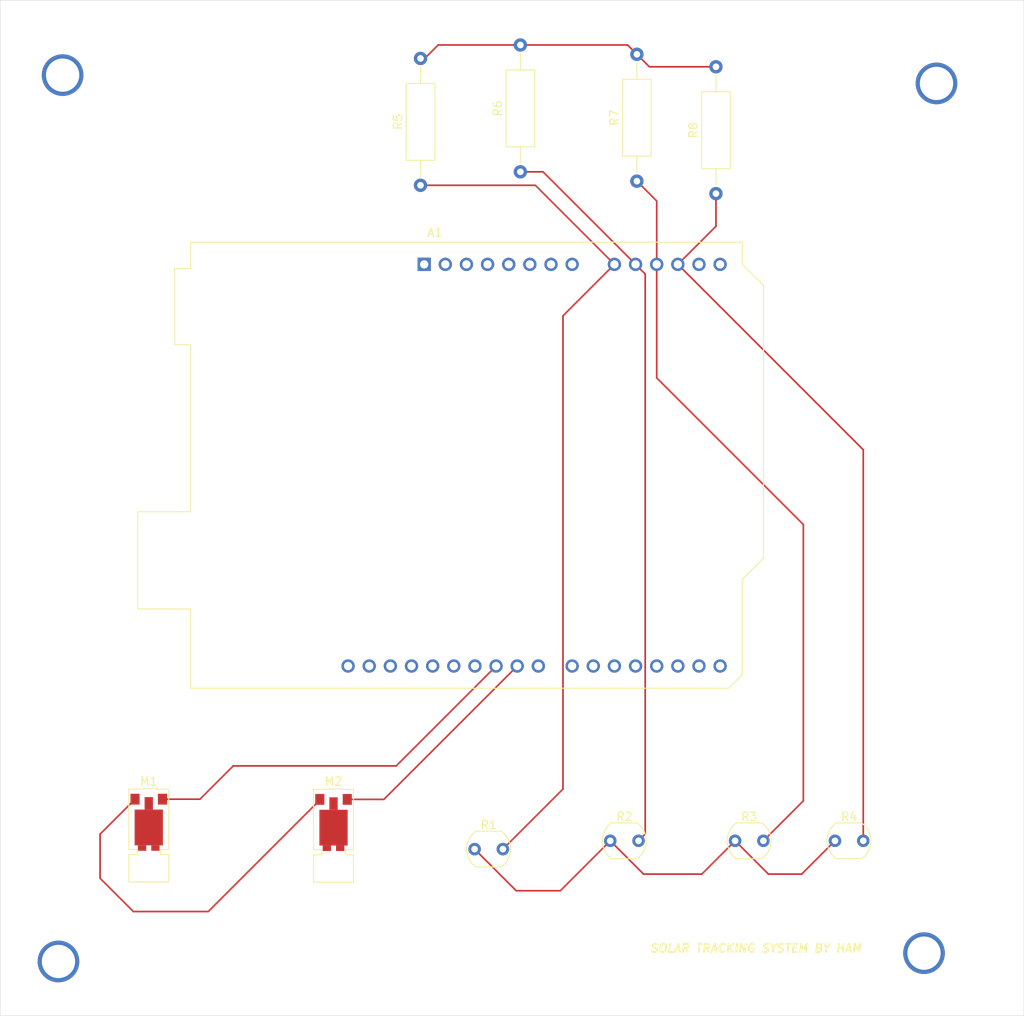
<source format=kicad_pcb>
(kicad_pcb (version 20240108) (generator "pcbnew") (generator_version "8.0")
  (layers (0 "F.Cu" signal) (31 "B.Cu" signal) (34 "B.Paste" user) (35 "F.Paste" user) (36 "B.SilkS" user "B.Silkscreen") (37 "F.SilkS" user "F.Silkscreen") (38 "B.Mask" user) (39 "F.Mask" user) (44 "Edge.Cuts" user))
  (net 0 "")
  (net 11 "Net-(A1-A3)")
  (net 22 "Net-(A1-A0)")
  (net 25 "Net-(A1-A2)")
  (net 26 "Net-(A1-D10)")
  (net 30 "Net-(A1-A1)")
  (net 32 "Net-(A1-D9)")
  (net 33 "Net-(M1-PWM)")
  (net 34 "Net-(R1-Pad1)")
  (net 35 "Net-(R5-Pad2)")
  (footprint "Module:Arduino_UNO_R3" (layer "F.Cu") (at 133.94 52.74)
    (property "Reference" "A1" (at 1.27 -3.81 180) (layer "F.SilkS"))
    (property "Value" "Arduino_UNO_R3")
    (fp_line (start -34.42 29.72) (end -34.42 41.4) (stroke (width 0.12)) (layer "F.SilkS"))
    (fp_line (start -34.42 41.4) (end -28.07 41.4) (stroke (width 0.12)) (layer "F.SilkS"))
    (fp_line (start -29.97 0.51) (end -29.97 9.65) (stroke (width 0.12)) (layer "F.SilkS"))
    (fp_line (start -29.97 9.65) (end -28.07 9.65) (stroke (width 0.12)) (layer "F.SilkS"))
    (fp_line (start -28.07 -2.67) (end -28.07 0.51) (stroke (width 0.12)) (layer "F.SilkS"))
    (fp_line (start -28.07 0.51) (end -29.97 0.51) (stroke (width 0.12)) (layer "F.SilkS"))
    (fp_line (start -28.07 9.65) (end -28.07 29.72) (stroke (width 0.12)) (layer "F.SilkS"))
    (fp_line (start -28.07 29.72) (end -34.42 29.72) (stroke (width 0.12)) (layer "F.SilkS"))
    (fp_line (start -28.07 41.4) (end -28.07 50.93) (stroke (width 0.12)) (layer "F.SilkS"))
    (fp_line (start -28.07 50.93) (end 36.58 50.93) (stroke (width 0.12)) (layer "F.SilkS"))
    (fp_line (start 36.58 50.93) (end 38.23 49.28) (stroke (width 0.12)) (layer "F.SilkS"))
    (fp_line (start 38.23 -2.67) (end -28.07 -2.67) (stroke (width 0.12)) (layer "F.SilkS"))
    (fp_line (start 38.23 0) (end 38.23 -2.67) (stroke (width 0.12)) (layer "F.SilkS"))
    (fp_line (start 38.23 37.85) (end 40.77 35.31) (stroke (width 0.12)) (layer "F.SilkS"))
    (fp_line (start 38.23 49.28) (end 38.23 37.85) (stroke (width 0.12)) (layer "F.SilkS"))
    (fp_line (start 40.77 2.54) (end 38.23 0) (stroke (width 0.12)) (layer "F.SilkS"))
    (fp_line (start 40.77 35.31) (end 40.77 2.54) (stroke (width 0.12)) (layer "F.SilkS"))
    (pad "1" thru_hole rect (at 0 0 90) (size 1.6 1.6) (drill 1) (layers "*.Cu" "*.Mask"))
    (pad "2" thru_hole oval (at 2.54 0 90) (size 1.6 1.6) (drill 1) (layers "*.Cu" "*.Mask"))
    (pad "3" thru_hole oval (at 5.08 0 90) (size 1.6 1.6) (drill 1) (layers "*.Cu" "*.Mask"))
    (pad "4" thru_hole oval (at 7.62 0 90) (size 1.6 1.6) (drill 1) (layers "*.Cu" "*.Mask"))
    (pad "5" thru_hole oval (at 10.16 0 90) (size 1.6 1.6) (drill 1) (layers "*.Cu" "*.Mask"))
    (pad "6" thru_hole oval (at 12.7 0 90) (size 1.6 1.6) (drill 1) (layers "*.Cu" "*.Mask"))
    (pad "7" thru_hole oval (at 15.24 0 90) (size 1.6 1.6) (drill 1) (layers "*.Cu" "*.Mask"))
    (pad "8" thru_hole oval (at 17.78 0 90) (size 1.6 1.6) (drill 1) (layers "*.Cu" "*.Mask"))
    (pad "9" thru_hole oval (at 22.86 0 90) (size 1.6 1.6) (drill 1) (layers "*.Cu" "*.Mask") (net 22 "Net-(A1-A0)"))
    (pad "10" thru_hole oval (at 25.4 0 90) (size 1.6 1.6) (drill 1) (layers "*.Cu" "*.Mask") (net 30 "Net-(A1-A1)"))
    (pad "11" thru_hole oval (at 27.94 0 90) (size 1.6 1.6) (drill 1) (layers "*.Cu" "*.Mask") (net 25 "Net-(A1-A2)"))
    (pad "12" thru_hole oval (at 30.48 0 90) (size 1.6 1.6) (drill 1) (layers "*.Cu" "*.Mask") (net 11 "Net-(A1-A3)"))
    (pad "13" thru_hole oval (at 33.02 0 90) (size 1.6 1.6) (drill 1) (layers "*.Cu" "*.Mask"))
    (pad "14" thru_hole oval (at 35.56 0 90) (size 1.6 1.6) (drill 1) (layers "*.Cu" "*.Mask"))
    (pad "15" thru_hole oval (at 35.56 48.26 90) (size 1.6 1.6) (drill 1) (layers "*.Cu" "*.Mask"))
    (pad "16" thru_hole oval (at 33.02 48.26 90) (size 1.6 1.6) (drill 1) (layers "*.Cu" "*.Mask"))
    (pad "17" thru_hole oval (at 30.48 48.26 90) (size 1.6 1.6) (drill 1) (layers "*.Cu" "*.Mask"))
    (pad "18" thru_hole oval (at 27.94 48.26 90) (size 1.6 1.6) (drill 1) (layers "*.Cu" "*.Mask"))
    (pad "19" thru_hole oval (at 25.4 48.26 90) (size 1.6 1.6) (drill 1) (layers "*.Cu" "*.Mask"))
    (pad "20" thru_hole oval (at 22.86 48.26 90) (size 1.6 1.6) (drill 1) (layers "*.Cu" "*.Mask"))
    (pad "21" thru_hole oval (at 20.32 48.26 90) (size 1.6 1.6) (drill 1) (layers "*.Cu" "*.Mask"))
    (pad "22" thru_hole oval (at 17.78 48.26 90) (size 1.6 1.6) (drill 1) (layers "*.Cu" "*.Mask"))
    (pad "23" thru_hole oval (at 13.72 48.26 90) (size 1.6 1.6) (drill 1) (layers "*.Cu" "*.Mask"))
    (pad "24" thru_hole oval (at 11.18 48.26 90) (size 1.6 1.6) (drill 1) (layers "*.Cu" "*.Mask") (net 32 "Net-(A1-D9)"))
    (pad "25" thru_hole oval (at 8.64 48.26 90) (size 1.6 1.6) (drill 1) (layers "*.Cu" "*.Mask") (net 26 "Net-(A1-D10)"))
    (pad "26" thru_hole oval (at 6.1 48.26 90) (size 1.6 1.6) (drill 1) (layers "*.Cu" "*.Mask"))
    (pad "27" thru_hole oval (at 3.56 48.26 90) (size 1.6 1.6) (drill 1) (layers "*.Cu" "*.Mask"))
    (pad "28" thru_hole oval (at 1.02 48.26 90) (size 1.6 1.6) (drill 1) (layers "*.Cu" "*.Mask"))
    (pad "29" thru_hole oval (at -1.52 48.26 90) (size 1.6 1.6) (drill 1) (layers "*.Cu" "*.Mask"))
    (pad "30" thru_hole oval (at -4.06 48.26 90) (size 1.6 1.6) (drill 1) (layers "*.Cu" "*.Mask"))
    (pad "31" thru_hole oval (at -6.6 48.26 90) (size 1.6 1.6) (drill 1) (layers "*.Cu" "*.Mask"))
    (pad "32" thru_hole oval (at -9.14 48.26 90) (size 1.6 1.6) (drill 1) (layers "*.Cu" "*.Mask"))
  )
  (footprint "OptoDevice:R_LDR_5.1x4.3mm_P3.4mm_Vertical" (layer "F.Cu") (at 183.3 122)
    (property "Reference" "R4" (at 1.7 -2.9 0) (layer "F.SilkS"))
    (property "Value" "LDR07")
    (fp_line (start 0.15 -2.15) (end 3.2 -2.15) (stroke (width 0.12)) (layer "F.SilkS"))
    (fp_line (start 0.15 2.15) (end 3.2 2.15) (stroke (width 0.12)) (layer "F.SilkS"))
    (fp_arc (start 0.15 2.15) (mid -0.950438 -0.013368) (end 0.171766 -2.165525) (stroke (width 0.12)) (layer "F.SilkS"))
    (fp_arc (start 3.2 -2.15) (mid 4.321403 -0.027338) (end 3.244513 2.118249) (stroke (width 0.12)) (layer "F.SilkS"))
    (pad "1" thru_hole circle (at 0 0) (size 1.5 1.5) (drill 0.8) (layers "*.Cu" "*.Mask") (net 34 "Net-(R1-Pad1)"))
    (pad "2" thru_hole circle (at 3.4 0) (size 1.5 1.5) (drill 0.8) (layers "*.Cu" "*.Mask") (net 11 "Net-(A1-A3)"))
  )
  (footprint "Motors:Vybronics_VZ30C1T8219732L" (layer "F.Cu") (at 123.05 121.375)
    (property "Reference" "M2" (at 0 -6.5 0) (layer "F.SilkS"))
    (property "Value" "Motor_Servo")
    (fp_line (start -2.4 -5.55) (end -1.05 -5.55) (stroke (width 0.12)) (layer "F.SilkS"))
    (fp_line (start -2.4 -5.2) (end -2.4 -5.55) (stroke (width 0.12)) (layer "F.SilkS"))
    (fp_line (start -2.4 1.7) (end -2.4 -5.2) (stroke (width 0.12)) (layer "F.SilkS"))
    (fp_line (start -2.4 2.3) (end -1.4 2.3) (stroke (width 0.12)) (layer "F.SilkS"))
    (fp_line (start -2.4 5.6) (end -2.4 2.3) (stroke (width 0.12)) (layer "F.SilkS"))
    (fp_line (start -1.4 1.7) (end -2.4 1.7) (stroke (width 0.12)) (layer "F.SilkS"))
    (fp_line (start -1.4 2.3) (end -1.4 1.7) (stroke (width 0.12)) (layer "F.SilkS"))
    (fp_line (start -1.05 -5.6) (end 1.05 -5.6) (stroke (width 0.12)) (layer "F.SilkS"))
    (fp_line (start -1.05 -5.55) (end -1.05 -5.6) (stroke (width 0.12)) (layer "F.SilkS"))
    (fp_line (start 1.05 -5.6) (end 1.05 -5.55) (stroke (width 0.12)) (layer "F.SilkS"))
    (fp_line (start 1.05 -5.55) (end 2.4 -5.55) (stroke (width 0.12)) (layer "F.SilkS"))
    (fp_line (start 1.4 1.7) (end 1.4 2.3) (stroke (width 0.12)) (layer "F.SilkS"))
    (fp_line (start 1.4 2.3) (end 2.4 2.3) (stroke (width 0.12)) (layer "F.SilkS"))
    (fp_line (start 2.4 -5.55) (end 2.4 -5.2) (stroke (width 0.12)) (layer "F.SilkS"))
    (fp_line (start 2.4 -5.2) (end 2.4 1.7) (stroke (width 0.12)) (layer "F.SilkS"))
    (fp_line (start 2.4 1.7) (end 1.4 1.7) (stroke (width 0.12)) (layer "F.SilkS"))
    (fp_line (start 2.4 2.3) (end 2.4 5.6) (stroke (width 0.12)) (layer "F.SilkS"))
    (fp_line (start 2.4 5.6) (end -2.4 5.6) (stroke (width 0.12)) (layer "F.SilkS"))
    (pad "1" smd rect (at -1.65 -4.35 270) (size 1.3 1.1) (layers "F.Cu" "F.Paste" "F.Mask") (net 33 "Net-(M1-PWM)"))
    (pad "2" smd rect (at 1.65 -4.35 270) (size 1.3 1.1) (layers "F.Cu" "F.Paste" "F.Mask") (net 32 "Net-(A1-D9)"))
    (pad "SH" smd rect (at -0.8 1.525) (size 1 0.65) (layers "F.Cu" "F.Paste" "F.Mask"))
    (pad "SH" smd rect (at 0 -3.85 270) (size 1.5 1) (layers "F.Cu" "F.Paste" "F.Mask"))
    (pad "SH" smd rect (at 0 -0.95 270) (size 4.3 3.4) (layers "F.Cu" "F.Mask"))
    (pad "SH" smd rect (at 0.8 1.525) (size 1 0.65) (layers "F.Cu" "F.Paste" "F.Mask"))
  )
  (footprint "OptoDevice:R_LDR_5.1x4.3mm_P3.4mm_Vertical" (layer "F.Cu") (at 140 123)
    (property "Reference" "R1" (at 1.7 -2.9 0) (layer "F.SilkS"))
    (property "Value" "LDR07")
    (fp_line (start 0.15 -2.15) (end 3.2 -2.15) (stroke (width 0.12)) (layer "F.SilkS"))
    (fp_line (start 0.15 2.15) (end 3.2 2.15) (stroke (width 0.12)) (layer "F.SilkS"))
    (fp_arc (start 0.15 2.15) (mid -0.950438 -0.013368) (end 0.171766 -2.165525) (stroke (width 0.12)) (layer "F.SilkS"))
    (fp_arc (start 3.2 -2.15) (mid 4.321403 -0.027338) (end 3.244513 2.118249) (stroke (width 0.12)) (layer "F.SilkS"))
    (pad "1" thru_hole circle (at 0 0) (size 1.5 1.5) (drill 0.8) (layers "*.Cu" "*.Mask") (net 34 "Net-(R1-Pad1)"))
    (pad "2" thru_hole circle (at 3.4 0) (size 1.5 1.5) (drill 0.8) (layers "*.Cu" "*.Mask") (net 22 "Net-(A1-A0)"))
  )
  (footprint "Motors:Vybronics_VZ30C1T8219732L" (layer "F.Cu") (at 100.85 121.35)
    (property "Reference" "M1" (at 0 -6.5 0) (layer "F.SilkS"))
    (property "Value" "Motor_Servo")
    (fp_line (start -2.4 -5.55) (end -1.05 -5.55) (stroke (width 0.12)) (layer "F.SilkS"))
    (fp_line (start -2.4 -5.2) (end -2.4 -5.55) (stroke (width 0.12)) (layer "F.SilkS"))
    (fp_line (start -2.4 1.7) (end -2.4 -5.2) (stroke (width 0.12)) (layer "F.SilkS"))
    (fp_line (start -2.4 2.3) (end -1.4 2.3) (stroke (width 0.12)) (layer "F.SilkS"))
    (fp_line (start -2.4 5.6) (end -2.4 2.3) (stroke (width 0.12)) (layer "F.SilkS"))
    (fp_line (start -1.4 1.7) (end -2.4 1.7) (stroke (width 0.12)) (layer "F.SilkS"))
    (fp_line (start -1.4 2.3) (end -1.4 1.7) (stroke (width 0.12)) (layer "F.SilkS"))
    (fp_line (start -1.05 -5.6) (end 1.05 -5.6) (stroke (width 0.12)) (layer "F.SilkS"))
    (fp_line (start -1.05 -5.55) (end -1.05 -5.6) (stroke (width 0.12)) (layer "F.SilkS"))
    (fp_line (start 1.05 -5.6) (end 1.05 -5.55) (stroke (width 0.12)) (layer "F.SilkS"))
    (fp_line (start 1.05 -5.55) (end 2.4 -5.55) (stroke (width 0.12)) (layer "F.SilkS"))
    (fp_line (start 1.4 1.7) (end 1.4 2.3) (stroke (width 0.12)) (layer "F.SilkS"))
    (fp_line (start 1.4 2.3) (end 2.4 2.3) (stroke (width 0.12)) (layer "F.SilkS"))
    (fp_line (start 2.4 -5.55) (end 2.4 -5.2) (stroke (width 0.12)) (layer "F.SilkS"))
    (fp_line (start 2.4 -5.2) (end 2.4 1.7) (stroke (width 0.12)) (layer "F.SilkS"))
    (fp_line (start 2.4 1.7) (end 1.4 1.7) (stroke (width 0.12)) (layer "F.SilkS"))
    (fp_line (start 2.4 2.3) (end 2.4 5.6) (stroke (width 0.12)) (layer "F.SilkS"))
    (fp_line (start 2.4 5.6) (end -2.4 5.6) (stroke (width 0.12)) (layer "F.SilkS"))
    (pad "1" smd rect (at -1.65 -4.35 270) (size 1.3 1.1) (layers "F.Cu" "F.Paste" "F.Mask") (net 33 "Net-(M1-PWM)"))
    (pad "2" smd rect (at 1.65 -4.35 270) (size 1.3 1.1) (layers "F.Cu" "F.Paste" "F.Mask") (net 26 "Net-(A1-D10)"))
    (pad "SH" smd rect (at -0.8 1.525) (size 1 0.65) (layers "F.Cu" "F.Paste" "F.Mask"))
    (pad "SH" smd rect (at 0 -3.85 270) (size 1.5 1) (layers "F.Cu" "F.Paste" "F.Mask"))
    (pad "SH" smd rect (at 0 -0.95 270) (size 4.3 3.4) (layers "F.Cu" "F.Mask"))
    (pad "SH" smd rect (at 0.8 1.525) (size 1 0.65) (layers "F.Cu" "F.Paste" "F.Mask"))
  )
  (footprint "Resistor_THT:R_Axial_DIN0309_L9.0mm_D3.2mm_P15.24mm_Horizontal" (layer "F.Cu") (at 145.5 41.62 90)
    (property "Reference" "R6" (at 7.62 -2.72 90) (layer "F.SilkS"))
    (property "Value" "R")
    (fp_line (start 12.24 -1.72) (end 3 -1.72) (stroke (width 0.12)) (layer "F.SilkS"))
    (fp_line (start 3 -1.72) (end 3 1.72) (stroke (width 0.12)) (layer "F.SilkS"))
    (fp_line (start 14.2 0) (end 12.24 0) (stroke (width 0.12)) (layer "F.SilkS"))
    (fp_line (start 1.04 0) (end 3 0) (stroke (width 0.12)) (layer "F.SilkS"))
    (fp_line (start 12.24 1.72) (end 12.24 -1.72) (stroke (width 0.12)) (layer "F.SilkS"))
    (fp_line (start 3 1.72) (end 12.24 1.72) (stroke (width 0.12)) (layer "F.SilkS"))
    (pad "1" thru_hole circle (at 0 0 90) (size 1.6 1.6) (drill 0.8) (layers "*.Cu" "*.Mask") (net 30 "Net-(A1-A1)"))
    (pad "2" thru_hole oval (at 15.24 0 90) (size 1.6 1.6) (drill 0.8) (layers "*.Cu" "*.Mask") (net 35 "Net-(R5-Pad2)"))
  )
  (footprint "Resistor_THT:R_Axial_DIN0309_L9.0mm_D3.2mm_P15.24mm_Horizontal" (layer "F.Cu") (at 133.5 43.24 90)
    (property "Reference" "R5" (at 7.62 -2.72 90) (layer "F.SilkS"))
    (property "Value" "R")
    (fp_line (start 12.24 -1.72) (end 3 -1.72) (stroke (width 0.12)) (layer "F.SilkS"))
    (fp_line (start 3 -1.72) (end 3 1.72) (stroke (width 0.12)) (layer "F.SilkS"))
    (fp_line (start 14.2 0) (end 12.24 0) (stroke (width 0.12)) (layer "F.SilkS"))
    (fp_line (start 1.04 0) (end 3 0) (stroke (width 0.12)) (layer "F.SilkS"))
    (fp_line (start 12.24 1.72) (end 12.24 -1.72) (stroke (width 0.12)) (layer "F.SilkS"))
    (fp_line (start 3 1.72) (end 12.24 1.72) (stroke (width 0.12)) (layer "F.SilkS"))
    (pad "1" thru_hole circle (at 0 0 90) (size 1.6 1.6) (drill 0.8) (layers "*.Cu" "*.Mask") (net 22 "Net-(A1-A0)"))
    (pad "2" thru_hole oval (at 15.24 0 90) (size 1.6 1.6) (drill 0.8) (layers "*.Cu" "*.Mask") (net 35 "Net-(R5-Pad2)"))
  )
  (footprint "Resistor_THT:R_Axial_DIN0309_L9.0mm_D3.2mm_P15.24mm_Horizontal" (layer "F.Cu") (at 159.5 42.74 90)
    (property "Reference" "R7" (at 7.62 -2.72 90) (layer "F.SilkS"))
    (property "Value" "R")
    (fp_line (start 12.24 -1.72) (end 3 -1.72) (stroke (width 0.12)) (layer "F.SilkS"))
    (fp_line (start 3 -1.72) (end 3 1.72) (stroke (width 0.12)) (layer "F.SilkS"))
    (fp_line (start 14.2 0) (end 12.24 0) (stroke (width 0.12)) (layer "F.SilkS"))
    (fp_line (start 1.04 0) (end 3 0) (stroke (width 0.12)) (layer "F.SilkS"))
    (fp_line (start 12.24 1.72) (end 12.24 -1.72) (stroke (width 0.12)) (layer "F.SilkS"))
    (fp_line (start 3 1.72) (end 12.24 1.72) (stroke (width 0.12)) (layer "F.SilkS"))
    (pad "1" thru_hole circle (at 0 0 90) (size 1.6 1.6) (drill 0.8) (layers "*.Cu" "*.Mask") (net 25 "Net-(A1-A2)"))
    (pad "2" thru_hole oval (at 15.24 0 90) (size 1.6 1.6) (drill 0.8) (layers "*.Cu" "*.Mask") (net 35 "Net-(R5-Pad2)"))
  )
  (footprint "OptoDevice:R_LDR_5.1x4.3mm_P3.4mm_Vertical" (layer "F.Cu") (at 171.3 122)
    (property "Reference" "R3" (at 1.7 -2.9 0) (layer "F.SilkS"))
    (property "Value" "LDR07")
    (fp_line (start 0.15 -2.15) (end 3.2 -2.15) (stroke (width 0.12)) (layer "F.SilkS"))
    (fp_line (start 0.15 2.15) (end 3.2 2.15) (stroke (width 0.12)) (layer "F.SilkS"))
    (fp_arc (start 0.15 2.15) (mid -0.950438 -0.013368) (end 0.171766 -2.165525) (stroke (width 0.12)) (layer "F.SilkS"))
    (fp_arc (start 3.2 -2.15) (mid 4.321403 -0.027338) (end 3.244513 2.118249) (stroke (width 0.12)) (layer "F.SilkS"))
    (pad "1" thru_hole circle (at 0 0) (size 1.5 1.5) (drill 0.8) (layers "*.Cu" "*.Mask") (net 34 "Net-(R1-Pad1)"))
    (pad "2" thru_hole circle (at 3.4 0) (size 1.5 1.5) (drill 0.8) (layers "*.Cu" "*.Mask") (net 25 "Net-(A1-A2)"))
  )
  (footprint "Resistor_THT:R_Axial_DIN0309_L9.0mm_D3.2mm_P15.24mm_Horizontal" (layer "F.Cu") (at 169 44.24 90)
    (property "Reference" "R8" (at 7.62 -2.72 90) (layer "F.SilkS"))
    (property "Value" "R")
    (fp_line (start 12.24 -1.72) (end 3 -1.72) (stroke (width 0.12)) (layer "F.SilkS"))
    (fp_line (start 3 -1.72) (end 3 1.72) (stroke (width 0.12)) (layer "F.SilkS"))
    (fp_line (start 14.2 0) (end 12.24 0) (stroke (width 0.12)) (layer "F.SilkS"))
    (fp_line (start 1.04 0) (end 3 0) (stroke (width 0.12)) (layer "F.SilkS"))
    (fp_line (start 12.24 1.72) (end 12.24 -1.72) (stroke (width 0.12)) (layer "F.SilkS"))
    (fp_line (start 3 1.72) (end 12.24 1.72) (stroke (width 0.12)) (layer "F.SilkS"))
    (pad "1" thru_hole circle (at 0 0 90) (size 1.6 1.6) (drill 0.8) (layers "*.Cu" "*.Mask") (net 11 "Net-(A1-A3)"))
    (pad "2" thru_hole oval (at 15.24 0 90) (size 1.6 1.6) (drill 0.8) (layers "*.Cu" "*.Mask") (net 35 "Net-(R5-Pad2)"))
  )
  (footprint "OptoDevice:R_LDR_5.1x4.3mm_P3.4mm_Vertical" (layer "F.Cu") (at 156.3 122)
    (property "Reference" "R2" (at 1.7 -2.9 0) (layer "F.SilkS"))
    (property "Value" "LDR07")
    (fp_line (start 0.15 -2.15) (end 3.2 -2.15) (stroke (width 0.12)) (layer "F.SilkS"))
    (fp_line (start 0.15 2.15) (end 3.2 2.15) (stroke (width 0.12)) (layer "F.SilkS"))
    (fp_arc (start 0.15 2.15) (mid -0.950438 -0.013368) (end 0.171766 -2.165525) (stroke (width 0.12)) (layer "F.SilkS"))
    (fp_arc (start 3.2 -2.15) (mid 4.321403 -0.027338) (end 3.244513 2.118249) (stroke (width 0.12)) (layer "F.SilkS"))
    (pad "1" thru_hole circle (at 0 0) (size 1.5 1.5) (drill 0.8) (layers "*.Cu" "*.Mask") (net 34 "Net-(R1-Pad1)"))
    (pad "2" thru_hole circle (at 3.4 0) (size 1.5 1.5) (drill 0.8) (layers "*.Cu" "*.Mask") (net 30 "Net-(A1-A1)"))
  )
  (gr_rect (start 83 21) (end 206 143) (stroke (width 0.05)) (fill none) (layer "Edge.Cuts"))
  (gr_text "SOLAR TRACKING SYSTEM BY HAM" (at 161 135.5 0) (layer "F.SilkS") (effects (font (size 1 1) (thickness 0.2) (bold yes) (italic yes)) (justify left bottom)))
  (via (at 194 135.5) (size 5) (drill 4) (layers "F.Cu" "B.Cu") (net 0))
  (via (at 90 136.5) (size 5) (drill 4) (layers "F.Cu" "B.Cu") (net 0))
  (via (at 195.5 31) (size 5) (drill 4) (layers "F.Cu" "B.Cu") (net 0))
  (via (at 90.5 30) (size 5) (drill 4) (layers "F.Cu" "B.Cu") (net 0))
  (segment (start 169 48.16) (end 169 44.24) (width 0.2) (layer "F.Cu") (net 11))
  (segment (start 164.42 52.74) (end 186.7 75.02) (width 0.2) (layer "F.Cu") (net 11))
  (segment (start 186.7 75.02) (end 186.7 122) (width 0.2) (layer "F.Cu") (net 11))
  (segment (start 164.42 52.74) (end 169 48.16) (width 0.2) (layer "F.Cu") (net 11))
  (segment (start 147.3 43.24) (end 156.8 52.74) (width 0.2) (layer "F.Cu") (net 22))
  (segment (start 150.62 58.92) (end 150.62 115.78) (width 0.2) (layer "F.Cu") (net 22))
  (segment (start 156.8 52.74) (end 150.62 58.92) (width 0.2) (layer "F.Cu") (net 22))
  (segment (start 133.5 43.24) (end 147.3 43.24) (width 0.2) (layer "F.Cu") (net 22))
  (segment (start 150.62 115.78) (end 143.4 123) (width 0.2) (layer "F.Cu") (net 22))
  (segment (start 161.88 52.74) (end 161.88 45.12) (width 0.2) (layer "F.Cu") (net 25))
  (segment (start 161.88 66.38) (end 179.5 84) (width 0.2) (layer "F.Cu") (net 25))
  (segment (start 179.5 84) (end 179.5 117.2) (width 0.2) (layer "F.Cu") (net 25))
  (segment (start 179.5 117.2) (end 174.7 122) (width 0.2) (layer "F.Cu") (net 25))
  (segment (start 161.88 45.12) (end 159.5 42.74) (width 0.2) (layer "F.Cu") (net 25))
  (segment (start 161.88 52.74) (end 161.88 66.38) (width 0.2) (layer "F.Cu") (net 25))
  (segment (start 107 117) (end 102.5 117) (width 0.2) (layer "F.Cu") (net 26))
  (segment (start 111 113) (end 107 117) (width 0.2) (layer "F.Cu") (net 26))
  (segment (start 130.58 113) (end 111 113) (width 0.2) (layer "F.Cu") (net 26))
  (segment (start 142.58 101) (end 130.58 113) (width 0.2) (layer "F.Cu") (net 26))
  (segment (start 159.34 52.74) (end 148.22 41.62) (width 0.2) (layer "F.Cu") (net 30))
  (segment (start 160.5 53.9) (end 160.5 121.2) (width 0.2) (layer "F.Cu") (net 30))
  (segment (start 159.34 52.74) (end 160.5 53.9) (width 0.2) (layer "F.Cu") (net 30))
  (segment (start 148.22 41.62) (end 145.5 41.62) (width 0.2) (layer "F.Cu") (net 30))
  (segment (start 160.5 121.2) (end 159.7 122) (width 0.2) (layer "F.Cu") (net 30))
  (segment (start 129.095 117.025) (end 145.12 101) (width 0.2) (layer "F.Cu") (net 32))
  (segment (start 124.7 117.025) (end 129.095 117.025) (width 0.2) (layer "F.Cu") (net 32))
  (segment (start 121.4 117.1) (end 108 130.5) (width 0.2) (layer "F.Cu") (net 33))
  (segment (start 95 126.5) (end 95 121.2) (width 0.2) (layer "F.Cu") (net 33))
  (segment (start 121.4 117.025) (end 121.4 117.1) (width 0.2) (layer "F.Cu") (net 33))
  (segment (start 108 130.5) (end 99 130.5) (width 0.2) (layer "F.Cu") (net 33))
  (segment (start 95 121.2) (end 99.2 117) (width 0.2) (layer "F.Cu") (net 33))
  (segment (start 99 130.5) (end 95 126.5) (width 0.2) (layer "F.Cu") (net 33))
  (segment (start 171.3 122) (end 167.3 126) (width 0.2) (layer "F.Cu") (net 34))
  (segment (start 175.3 126) (end 171.3 122) (width 0.2) (layer "F.Cu") (net 34))
  (segment (start 145 128) (end 140 123) (width 0.2) (layer "F.Cu") (net 34))
  (segment (start 183.3 122) (end 179.3 126) (width 0.2) (layer "F.Cu") (net 34))
  (segment (start 160.3 126) (end 156.3 122) (width 0.2) (layer "F.Cu") (net 34))
  (segment (start 167.3 126) (end 160.3 126) (width 0.2) (layer "F.Cu") (net 34))
  (segment (start 156.3 122) (end 150.3 128) (width 0.2) (layer "F.Cu") (net 34))
  (segment (start 150.3 128) (end 145 128) (width 0.2) (layer "F.Cu") (net 34))
  (segment (start 179.3 126) (end 175.3 126) (width 0.2) (layer "F.Cu") (net 34))
  (segment (start 134 28) (end 135.62 26.38) (width 0.2) (layer "F.Cu") (net 35))
  (segment (start 135.62 26.38) (end 145.5 26.38) (width 0.2) (layer "F.Cu") (net 35))
  (segment (start 161 29) (end 159.5 27.5) (width 0.2) (layer "F.Cu") (net 35))
  (segment (start 145.5 26.38) (end 158.38 26.38) (width 0.2) (layer "F.Cu") (net 35))
  (segment (start 169 29) (end 161 29) (width 0.2) (layer "F.Cu") (net 35))
  (segment (start 133.5 28) (end 134 28) (width 0.2) (layer "F.Cu") (net 35))
  (segment (start 158.38 26.38) (end 159.5 27.5) (width 0.2) (layer "F.Cu") (net 35))
)
</source>
